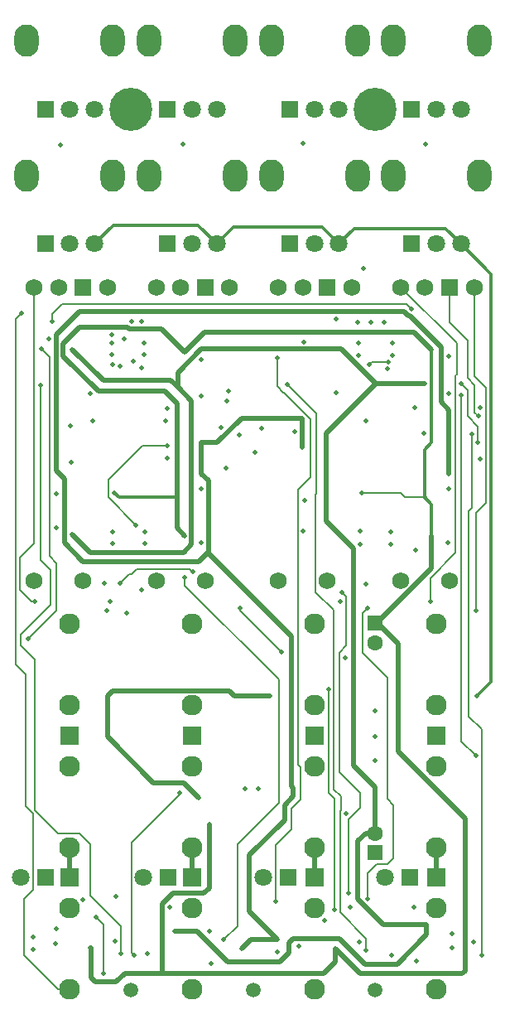
<source format=gbr>
%TF.GenerationSoftware,KiCad,Pcbnew,8.0.0*%
%TF.CreationDate,2024-08-29T00:26:00-07:00*%
%TF.ProjectId,veils_clone,7665696c-735f-4636-9c6f-6e652e6b6963,rev?*%
%TF.SameCoordinates,Original*%
%TF.FileFunction,Copper,L1,Top*%
%TF.FilePolarity,Positive*%
%FSLAX46Y46*%
G04 Gerber Fmt 4.6, Leading zero omitted, Abs format (unit mm)*
G04 Created by KiCad (PCBNEW 8.0.0) date 2024-08-29 00:26:00*
%MOMM*%
%LPD*%
G01*
G04 APERTURE LIST*
%TA.AperFunction,ComponentPad*%
%ADD10R,1.750000X1.750000*%
%TD*%
%TA.AperFunction,ComponentPad*%
%ADD11C,1.750000*%
%TD*%
%TA.AperFunction,ComponentPad*%
%ADD12O,2.500000X3.300000*%
%TD*%
%TA.AperFunction,ComponentPad*%
%ADD13R,1.800000X1.800000*%
%TD*%
%TA.AperFunction,ComponentPad*%
%ADD14C,1.800000*%
%TD*%
%TA.AperFunction,ComponentPad*%
%ADD15C,2.130000*%
%TD*%
%TA.AperFunction,ComponentPad*%
%ADD16C,1.500000*%
%TD*%
%TA.AperFunction,ComponentPad*%
%ADD17R,1.930000X1.830000*%
%TD*%
%TA.AperFunction,ComponentPad*%
%ADD18C,4.400000*%
%TD*%
%TA.AperFunction,ComponentPad*%
%ADD19R,1.600000X1.600000*%
%TD*%
%TA.AperFunction,ComponentPad*%
%ADD20C,1.600000*%
%TD*%
%TA.AperFunction,ViaPad*%
%ADD21C,0.500000*%
%TD*%
%TA.AperFunction,Conductor*%
%ADD22C,0.500000*%
%TD*%
%TA.AperFunction,Conductor*%
%ADD23C,0.200000*%
%TD*%
%TA.AperFunction,Conductor*%
%ADD24C,0.300000*%
%TD*%
G04 APERTURE END LIST*
D10*
%TO.P,RV8,1,1*%
%TO.N,Net-(U5B--)*%
X97580000Y-76900000D03*
D11*
%TO.P,RV8,2,2*%
%TO.N,Net-(R52-Pad2)*%
X100080000Y-76900000D03*
%TO.P,RV8,3,3*%
%TO.N,GND*%
X97580000Y-106900000D03*
%TO.P,RV8,4*%
%TO.N,N/C*%
X95080000Y-76900000D03*
%TO.P,RV8,A,A*%
%TO.N,Net-(D5-K)*%
X92580000Y-106900000D03*
%TO.P,RV8,K,K*%
%TO.N,Net-(D5-A)*%
X92580000Y-76900000D03*
%TD*%
D12*
%TO.P,RV3,*%
%TO.N,*%
X66850000Y-51725000D03*
X75650000Y-51725000D03*
D13*
%TO.P,RV3,1,1*%
%TO.N,Net-(R10-Pad2)*%
X68750000Y-58725000D03*
D14*
%TO.P,RV3,2,2*%
%TO.N,Net-(U7B-CVB)*%
X71250000Y-58725000D03*
%TO.P,RV3,3,3*%
%TO.N,Net-(U7A-CVA)*%
X73750000Y-58725000D03*
%TD*%
D15*
%TO.P,J3,T*%
%TO.N,Net-(J3-PadT)*%
X71250000Y-140350000D03*
%TO.P,J3,TN*%
%TO.N,Net-(J3-PadTN)*%
X71250000Y-148650000D03*
%TD*%
D16*
%TO.P,REF\u002A\u002A,1*%
%TO.N,GND*%
X102500000Y-148750000D03*
%TD*%
D12*
%TO.P,RV12,*%
%TO.N,*%
X104325000Y-51725000D03*
X113125000Y-51725000D03*
D13*
%TO.P,RV12,1,1*%
%TO.N,Net-(R81-Pad2)*%
X106225000Y-58725000D03*
D14*
%TO.P,RV12,2,2*%
%TO.N,Net-(U8D-CVD)*%
X108725000Y-58725000D03*
%TO.P,RV12,3,3*%
%TO.N,Net-(U8C-CVC)*%
X111225000Y-58725000D03*
%TD*%
D17*
%TO.P,J2,S*%
%TO.N,GND*%
X71250000Y-122750000D03*
D15*
%TO.P,J2,T*%
%TO.N,Net-(J2-PadT)*%
X71250000Y-111350000D03*
%TO.P,J2,TN*%
%TO.N,Net-(J2-PadTN)*%
X71250000Y-119650000D03*
%TD*%
D12*
%TO.P,RV9,*%
%TO.N,*%
X91850000Y-51725000D03*
X100650000Y-51725000D03*
D13*
%TO.P,RV9,1,1*%
%TO.N,Net-(R57-Pad2)*%
X93750000Y-58725000D03*
D14*
%TO.P,RV9,2,2*%
%TO.N,Net-(U8B-CVB)*%
X96250000Y-58725000D03*
%TO.P,RV9,3,3*%
%TO.N,Net-(U8A-CVA)*%
X98750000Y-58725000D03*
%TD*%
D13*
%TO.P,D4,1,KA*%
%TO.N,Net-(D4-KA)*%
X81275000Y-137250000D03*
D14*
%TO.P,D4,2,AK*%
%TO.N,Net-(D4-AK)*%
X78735000Y-137250000D03*
%TD*%
D15*
%TO.P,J6,T*%
%TO.N,Net-(J6-PadT)*%
X83750000Y-140350000D03*
%TO.P,J6,TN*%
%TO.N,Net-(J6-PadTN)*%
X83750000Y-148650000D03*
%TD*%
D12*
%TO.P,RV7,*%
%TO.N,*%
X91850000Y-65475000D03*
X100650000Y-65475000D03*
D13*
%TO.P,RV7,1,1*%
%TO.N,GND*%
X93750000Y-72475000D03*
D14*
%TO.P,RV7,2,2*%
%TO.N,Net-(C13-Pad1)*%
X96250000Y-72475000D03*
%TO.P,RV7,3,3*%
%TO.N,+10V_REF*%
X98750000Y-72475000D03*
%TD*%
D12*
%TO.P,RV1,*%
%TO.N,*%
X66850000Y-65475000D03*
X75650000Y-65475000D03*
D13*
%TO.P,RV1,1,1*%
%TO.N,GND*%
X68750000Y-72475000D03*
D14*
%TO.P,RV1,2,2*%
%TO.N,Net-(C1-Pad1)*%
X71250000Y-72475000D03*
%TO.P,RV1,3,3*%
%TO.N,+10V_REF*%
X73750000Y-72475000D03*
%TD*%
D15*
%TO.P,J9,T*%
%TO.N,Net-(J9-PadT)*%
X96250000Y-140350000D03*
%TO.P,J9,TN*%
%TO.N,Net-(J9-PadTN)*%
X96250000Y-148650000D03*
%TD*%
D17*
%TO.P,J10,S*%
%TO.N,GND*%
X108750000Y-137250000D03*
D15*
%TO.P,J10,T*%
%TO.N,Net-(J10-PadT)*%
X108750000Y-125850000D03*
%TO.P,J10,TN*%
%TO.N,GND*%
X108750000Y-134150000D03*
%TD*%
D12*
%TO.P,RV4,*%
%TO.N,*%
X79350000Y-65475000D03*
X88150000Y-65475000D03*
D13*
%TO.P,RV4,1,1*%
%TO.N,GND*%
X81250000Y-72475000D03*
D14*
%TO.P,RV4,2,2*%
%TO.N,Net-(C7-Pad1)*%
X83750000Y-72475000D03*
%TO.P,RV4,3,3*%
%TO.N,+10V_REF*%
X86250000Y-72475000D03*
%TD*%
D12*
%TO.P,RV6,*%
%TO.N,*%
X79350000Y-51725000D03*
X88150000Y-51725000D03*
D13*
%TO.P,RV6,1,1*%
%TO.N,Net-(R33-Pad2)*%
X81250000Y-58725000D03*
D14*
%TO.P,RV6,2,2*%
%TO.N,Net-(U7D-CVD)*%
X83750000Y-58725000D03*
%TO.P,RV6,3,3*%
%TO.N,Net-(U7C-CVC)*%
X86250000Y-58725000D03*
%TD*%
D15*
%TO.P,J12,T*%
%TO.N,Net-(J12-PadT)*%
X108750000Y-140350000D03*
%TO.P,J12,TN*%
%TO.N,unconnected-(J12-PadTN)*%
X108750000Y-148650000D03*
%TD*%
D17*
%TO.P,J4,S*%
%TO.N,GND*%
X83750000Y-137250000D03*
D15*
%TO.P,J4,T*%
%TO.N,Net-(J4-PadT)*%
X83750000Y-125850000D03*
%TO.P,J4,TN*%
%TO.N,GND*%
X83750000Y-134150000D03*
%TD*%
D17*
%TO.P,J8,S*%
%TO.N,GND*%
X96250000Y-122750000D03*
D15*
%TO.P,J8,T*%
%TO.N,Net-(J8-PadT)*%
X96250000Y-111350000D03*
%TO.P,J8,TN*%
%TO.N,Net-(J8-PadTN)*%
X96250000Y-119650000D03*
%TD*%
D18*
%TO.P,REF\u002A\u002A,1*%
%TO.N,N/C*%
X102500000Y-58725000D03*
%TD*%
D10*
%TO.P,RV11,1,1*%
%TO.N,Net-(U6B--)*%
X110080000Y-76900000D03*
D11*
%TO.P,RV11,2,2*%
%TO.N,Net-(R76-Pad2)*%
X112580000Y-76900000D03*
%TO.P,RV11,3,3*%
%TO.N,GND*%
X110080000Y-106900000D03*
%TO.P,RV11,4*%
%TO.N,N/C*%
X107580000Y-76900000D03*
%TO.P,RV11,A,A*%
%TO.N,Net-(D7-K)*%
X105080000Y-106900000D03*
%TO.P,RV11,K,K*%
%TO.N,Net-(D7-A)*%
X105080000Y-76900000D03*
%TD*%
D17*
%TO.P,J1,S*%
%TO.N,GND*%
X71250000Y-137250000D03*
D15*
%TO.P,J1,T*%
%TO.N,Net-(J1-PadT)*%
X71250000Y-125850000D03*
%TO.P,J1,TN*%
%TO.N,GND*%
X71250000Y-134150000D03*
%TD*%
D13*
%TO.P,D8,1,KA*%
%TO.N,Net-(D8-KA)*%
X106050000Y-137250000D03*
D14*
%TO.P,D8,2,AK*%
%TO.N,Net-(D8-AK)*%
X103510000Y-137250000D03*
%TD*%
D13*
%TO.P,D6,1,KA*%
%TO.N,Net-(D6-KA)*%
X93550000Y-137250000D03*
D14*
%TO.P,D6,2,AK*%
%TO.N,Net-(D6-AK)*%
X91010000Y-137250000D03*
%TD*%
D17*
%TO.P,J5,S*%
%TO.N,GND*%
X83750000Y-122750000D03*
D15*
%TO.P,J5,T*%
%TO.N,Net-(J5-PadT)*%
X83750000Y-111350000D03*
%TO.P,J5,TN*%
%TO.N,Net-(J5-PadTN)*%
X83750000Y-119650000D03*
%TD*%
D17*
%TO.P,J11,S*%
%TO.N,GND*%
X108750000Y-122750000D03*
D15*
%TO.P,J11,T*%
%TO.N,Net-(J11-PadT)*%
X108750000Y-111350000D03*
%TO.P,J11,TN*%
%TO.N,Net-(J11-PadTN)*%
X108750000Y-119650000D03*
%TD*%
D12*
%TO.P,RV10,*%
%TO.N,*%
X104325000Y-65475000D03*
X113125000Y-65475000D03*
D13*
%TO.P,RV10,1,1*%
%TO.N,GND*%
X106225000Y-72475000D03*
D14*
%TO.P,RV10,2,2*%
%TO.N,Net-(C19-Pad1)*%
X108725000Y-72475000D03*
%TO.P,RV10,3,3*%
%TO.N,+10V_REF*%
X111225000Y-72475000D03*
%TD*%
D17*
%TO.P,J7,S*%
%TO.N,GND*%
X96250000Y-137250000D03*
D15*
%TO.P,J7,T*%
%TO.N,Net-(J7-PadT)*%
X96250000Y-125850000D03*
%TO.P,J7,TN*%
%TO.N,GND*%
X96250000Y-134150000D03*
%TD*%
D18*
%TO.P,REF\u002A\u002A,1*%
%TO.N,N/C*%
X77500000Y-58725000D03*
%TD*%
D13*
%TO.P,D2,1,KA*%
%TO.N,Net-(D2-KA)*%
X68775000Y-137250000D03*
D14*
%TO.P,D2,2,AK*%
%TO.N,Net-(D2-AK)*%
X66235000Y-137250000D03*
%TD*%
D10*
%TO.P,RV5,1,1*%
%TO.N,Net-(U4B--)*%
X85080000Y-76900000D03*
D11*
%TO.P,RV5,2,2*%
%TO.N,Net-(R28-Pad2)*%
X87580000Y-76900000D03*
%TO.P,RV5,3,3*%
%TO.N,GND*%
X85080000Y-106900000D03*
%TO.P,RV5,4*%
%TO.N,N/C*%
X82580000Y-76900000D03*
%TO.P,RV5,A,A*%
%TO.N,Net-(D3-K)*%
X80080000Y-106900000D03*
%TO.P,RV5,K,K*%
%TO.N,Net-(D3-A)*%
X80080000Y-76900000D03*
%TD*%
D16*
%TO.P,REF\u002A\u002A,1*%
%TO.N,GND*%
X77500000Y-148750000D03*
%TD*%
%TO.P,REF\u002A\u002A,1*%
%TO.N,GND*%
X90000000Y-148750000D03*
%TD*%
D10*
%TO.P,RV2,1,1*%
%TO.N,Net-(U2B--)*%
X72580000Y-76900000D03*
D11*
%TO.P,RV2,2,2*%
%TO.N,Net-(R5-Pad2)*%
X75080000Y-76900000D03*
%TO.P,RV2,3,3*%
%TO.N,GND*%
X72580000Y-106900000D03*
%TO.P,RV2,4*%
%TO.N,N/C*%
X70080000Y-76900000D03*
%TO.P,RV2,A,A*%
%TO.N,Net-(D1-K)*%
X67580000Y-106900000D03*
%TO.P,RV2,K,K*%
%TO.N,Net-(D1-A)*%
X67580000Y-76900000D03*
%TD*%
D19*
%TO.P,C42,1*%
%TO.N,+12V*%
X102455112Y-111250000D03*
D20*
%TO.P,C42,2*%
%TO.N,GND*%
X102455112Y-113250000D03*
%TD*%
D19*
%TO.P,C41,1*%
%TO.N,GND*%
X102500000Y-134705113D03*
D20*
%TO.P,C41,2*%
%TO.N,-12V*%
X102500000Y-132705113D03*
%TD*%
D21*
%TO.N,GND*%
X84700000Y-88000000D03*
X69900000Y-98000000D03*
X69800000Y-144000000D03*
X110350000Y-143000000D03*
X84700000Y-84300000D03*
X75950000Y-139200000D03*
X75900000Y-143750000D03*
X87300000Y-88500000D03*
X70300000Y-62400000D03*
X104100000Y-103200000D03*
X69100000Y-82200000D03*
X100800000Y-83900000D03*
X98500000Y-87700000D03*
X81500000Y-140250000D03*
X109900000Y-103000000D03*
X107600000Y-62300000D03*
X90500000Y-128200000D03*
X87200000Y-95400000D03*
X82800000Y-62300000D03*
X100900000Y-101800000D03*
X102500000Y-120200000D03*
X92450000Y-144850000D03*
X113200000Y-94500000D03*
X84700000Y-103000000D03*
X99950000Y-140250000D03*
X95200000Y-82500000D03*
X100850000Y-143850000D03*
X106450000Y-140250000D03*
X99500000Y-130700000D03*
X95100000Y-101800000D03*
X100800000Y-82600000D03*
X89200000Y-128200000D03*
X99400000Y-114800000D03*
X75500000Y-82600000D03*
X104150000Y-145150000D03*
X67450000Y-144600000D03*
X104100000Y-101900000D03*
X110000000Y-84000000D03*
X110000000Y-97500000D03*
X75600000Y-103100000D03*
X75600000Y-101900000D03*
X102500000Y-122800000D03*
X84700000Y-97500000D03*
X113200000Y-89200000D03*
X110000000Y-87800000D03*
X78900000Y-101900000D03*
X95300000Y-98700000D03*
X85500000Y-142750000D03*
X94650000Y-144250000D03*
X78800000Y-83800000D03*
X78800000Y-82600000D03*
X104200000Y-83900000D03*
X102500000Y-125300000D03*
X78900000Y-103100000D03*
X95100000Y-62200000D03*
X73300000Y-87800000D03*
X104200000Y-82600000D03*
X69850000Y-101500000D03*
X75500000Y-83800000D03*
X100900000Y-103200000D03*
X79150000Y-145000000D03*
%TO.N,Net-(C1-Pad1)*%
X71300000Y-91100000D03*
%TO.N,Net-(C6-Pad2)*%
X67000000Y-112850000D03*
X68300000Y-83200000D03*
%TO.N,Net-(C7-Pad1)*%
X87500000Y-87500000D03*
%TO.N,Net-(U5C--)*%
X69414949Y-80406040D03*
X106150000Y-79100000D03*
%TO.N,Net-(C13-Pad1)*%
X94250000Y-91700000D03*
%TO.N,Net-(U8A-CVA)*%
X103692598Y-85232076D03*
X103400000Y-80500000D03*
%TO.N,Net-(C18-Pad2)*%
X92300000Y-139700000D03*
X92500000Y-84150000D03*
%TO.N,Net-(C19-Pad1)*%
X112950000Y-92800000D03*
X111300000Y-86800000D03*
%TO.N,Net-(D1-A)*%
X72600000Y-139500000D03*
X67700000Y-109000000D03*
%TO.N,Net-(D2-KA)*%
X74650000Y-147050000D03*
X73900000Y-141300000D03*
%TO.N,Net-(D3-A)*%
X75350000Y-109000000D03*
X85700000Y-146000000D03*
%TO.N,Net-(D5-A)*%
X97300000Y-141650000D03*
X92900000Y-114200000D03*
X88700000Y-109700000D03*
%TO.N,Net-(D7-A)*%
X112500000Y-143800000D03*
X108100000Y-109000000D03*
%TO.N,Net-(J3-PadTN)*%
X66300000Y-79600000D03*
%TO.N,/CH1/OUT*%
X74800000Y-107200000D03*
X75512499Y-81800031D03*
%TO.N,+10V_REF*%
X88100000Y-118700000D03*
X84459544Y-129114090D03*
X112850000Y-118700000D03*
X75100000Y-118700000D03*
X91700000Y-118700000D03*
%TO.N,-2V5_REF*%
X88850000Y-144500000D03*
X110000000Y-92700000D03*
X67450000Y-143350000D03*
X95000000Y-93300000D03*
X94100000Y-128087941D03*
X69850000Y-90250000D03*
X110000000Y-96000000D03*
X110350000Y-144450000D03*
X92450000Y-143550000D03*
X84700000Y-96000000D03*
X69850000Y-93250000D03*
X84700000Y-92800000D03*
X95000000Y-90300000D03*
%TO.N,Net-(U6B--)*%
X113050000Y-90100000D03*
X107425000Y-91800000D03*
X106600000Y-103800000D03*
%TO.N,Net-(U3D--)*%
X112350000Y-91950000D03*
X113350000Y-145200000D03*
X106687500Y-145787500D03*
%TO.N,/CH3/OUT*%
X100700000Y-80500000D03*
X101500000Y-107250000D03*
%TO.N,Net-(U8B-CVB)*%
X102050000Y-80500000D03*
X101493590Y-90593590D03*
%TO.N,Net-(U2B--)*%
X76350000Y-85000000D03*
X77700000Y-84500000D03*
%TO.N,Net-(U7A-CVA)*%
X78600000Y-80400000D03*
X78550000Y-85150000D03*
%TO.N,Net-(U2C--)*%
X75600000Y-84800000D03*
X76800000Y-82200000D03*
%TO.N,Net-(U7C-CVC)*%
X81005000Y-90595000D03*
X90900000Y-91300000D03*
X83000000Y-106600000D03*
X87000000Y-143600000D03*
%TO.N,Net-(U4B--)*%
X81200000Y-93135000D03*
X88600000Y-92000000D03*
X78000000Y-101200000D03*
%TO.N,Net-(U4C--)*%
X83800000Y-106000000D03*
X76350735Y-107150735D03*
%TO.N,Net-(U5B--)*%
X101300000Y-75000000D03*
X103850000Y-84550000D03*
X101900000Y-84800000D03*
%TO.N,+12V*%
X98437500Y-144487500D03*
X82200000Y-98400000D03*
X75800000Y-97900000D03*
X108200000Y-102300000D03*
X73375000Y-144375000D03*
X85500000Y-131800000D03*
X101100000Y-97900000D03*
X83000000Y-83500000D03*
X107500000Y-98400000D03*
X108200000Y-83300000D03*
X83000000Y-102300000D03*
%TO.N,-12V*%
X71500000Y-83250000D03*
X82000000Y-142750000D03*
X97500000Y-100800000D03*
X71500000Y-102200000D03*
X96800000Y-83200000D03*
X82275000Y-87100000D03*
X107750000Y-142050000D03*
X107500000Y-86800000D03*
%TO.N,Net-(J9-PadTN)*%
X98500000Y-80150000D03*
%TO.N,Net-(U7A-INA)*%
X78600000Y-107800000D03*
X77050000Y-110200000D03*
%TO.N,Net-(R5-Pad2)*%
X75000000Y-110000000D03*
%TO.N,Net-(U1B--)*%
X69900000Y-142500000D03*
X71400000Y-94800000D03*
%TO.N,Net-(U1A-+)*%
X76500000Y-145050000D03*
X68250000Y-86950000D03*
%TO.N,Net-(U7C-INC)*%
X86675000Y-91225000D03*
X81200000Y-89325000D03*
%TO.N,Net-(R40-Pad1)*%
X82450000Y-128550000D03*
X77800000Y-145200000D03*
%TO.N,Net-(R52-Pad2)*%
X98900000Y-109000000D03*
%TO.N,Net-(R64-Pad1)*%
X97700000Y-118000000D03*
X98300000Y-140500000D03*
%TO.N,Net-(U3A-+)*%
X93500000Y-86850000D03*
X101550000Y-144700000D03*
%TO.N,Net-(U8C-INC)*%
X111300000Y-87950000D03*
X112750000Y-124800000D03*
X106500000Y-89250000D03*
%TO.N,Net-(R76-Pad2)*%
X112750000Y-110000000D03*
%TO.N,Net-(R88-Pad1)*%
X101700000Y-109700000D03*
X101700000Y-139400000D03*
%TO.N,Net-(U3C-+)*%
X99750000Y-138800000D03*
X99100000Y-108100000D03*
%TO.N,Net-(U7B-CVB)*%
X77600000Y-80400000D03*
X73600000Y-90600000D03*
%TO.N,Net-(U7D-CVD)*%
X81200000Y-94400000D03*
X90200000Y-93800000D03*
%TD*%
D22*
%TO.N,GND*%
X108750000Y-134150000D02*
X108750000Y-137250000D01*
X96250000Y-134150000D02*
X96250000Y-137250000D01*
X83750000Y-134150000D02*
X83750000Y-137250000D01*
X71250000Y-134150000D02*
X71250000Y-137250000D01*
D23*
%TO.N,Net-(C6-Pad2)*%
X69150000Y-104400000D02*
X69150000Y-84050000D01*
X67000000Y-112850000D02*
X69850000Y-110000000D01*
X69150000Y-84050000D02*
X68300000Y-83200000D01*
X69850000Y-110000000D02*
X69850000Y-105100000D01*
X69850000Y-105100000D02*
X69150000Y-104400000D01*
%TO.N,Net-(U5C--)*%
X70450000Y-78600000D02*
X105650000Y-78600000D01*
X69414949Y-79635051D02*
X70450000Y-78600000D01*
X69414949Y-80406040D02*
X69414949Y-79635051D01*
X105650000Y-78600000D02*
X106150000Y-79100000D01*
%TO.N,Net-(C18-Pad2)*%
X93127817Y-87650000D02*
X93100000Y-87650000D01*
X95850000Y-90372183D02*
X93127817Y-87650000D01*
X94550000Y-97600000D02*
X95850000Y-96300000D01*
X95850000Y-96300000D02*
X95850000Y-90372183D01*
X93900000Y-132350000D02*
X93900000Y-130200000D01*
X94800000Y-129300000D02*
X94800000Y-125950000D01*
X93900000Y-130200000D02*
X94800000Y-129300000D01*
X94550000Y-125700000D02*
X94550000Y-97600000D01*
X92500000Y-87050000D02*
X92500000Y-84150000D01*
X93100000Y-87650000D02*
X92500000Y-87050000D01*
X92300000Y-133950000D02*
X93900000Y-132350000D01*
X94800000Y-125950000D02*
X94550000Y-125700000D01*
X92300000Y-139700000D02*
X92300000Y-133950000D01*
%TO.N,Net-(C19-Pad1)*%
X112950000Y-91150000D02*
X111900000Y-90100000D01*
X111900000Y-87400000D02*
X111300000Y-86800000D01*
X111900000Y-90100000D02*
X111900000Y-87400000D01*
X112950000Y-92800000D02*
X112950000Y-91150000D01*
%TO.N,Net-(D1-A)*%
X67580000Y-76900000D02*
X67580000Y-103120000D01*
X66150000Y-107800000D02*
X67350000Y-109000000D01*
X67580000Y-103120000D02*
X66150000Y-104550000D01*
X66150000Y-104550000D02*
X66150000Y-107800000D01*
X67350000Y-109000000D02*
X67700000Y-109000000D01*
%TO.N,Net-(D2-KA)*%
X74650000Y-142050000D02*
X74650000Y-147050000D01*
X73900000Y-141300000D02*
X74650000Y-142050000D01*
%TO.N,Net-(D5-A)*%
X88700000Y-110000000D02*
X88700000Y-109700000D01*
X92900000Y-114200000D02*
X88700000Y-110000000D01*
%TO.N,Net-(D7-A)*%
X108100000Y-106650000D02*
X108100000Y-109000000D01*
X108100000Y-106650000D02*
X110700000Y-104050000D01*
X105080000Y-76900000D02*
X110800000Y-82620000D01*
X110700000Y-85950000D02*
X110700000Y-104050000D01*
X110800000Y-85850000D02*
X110700000Y-85950000D01*
X110800000Y-82620000D02*
X110800000Y-85850000D01*
%TO.N,Net-(J3-PadTN)*%
X65750000Y-115500000D02*
X65750000Y-80150000D01*
X67450000Y-138500000D02*
X67450000Y-130715686D01*
X70050000Y-148650000D02*
X66550000Y-145150000D01*
X65750000Y-80150000D02*
X66300000Y-79600000D01*
X66700000Y-129965686D02*
X66700000Y-116450000D01*
X66550000Y-139400000D02*
X67450000Y-138500000D01*
X66550000Y-145150000D02*
X66550000Y-139400000D01*
X71250000Y-148650000D02*
X70050000Y-148650000D01*
X66700000Y-116450000D02*
X65750000Y-115500000D01*
X67450000Y-130715686D02*
X66700000Y-129965686D01*
D22*
%TO.N,+10V_REF*%
X82895454Y-127550000D02*
X79800000Y-127550000D01*
X79800000Y-127550000D02*
X75100000Y-122850000D01*
X75650000Y-118150000D02*
X75100000Y-118700000D01*
D24*
X73750000Y-72475000D02*
X75675000Y-70550000D01*
X114350000Y-75600000D02*
X114350000Y-117200000D01*
D22*
X84459544Y-129114090D02*
X82895454Y-127550000D01*
X75100000Y-122850000D02*
X75100000Y-118700000D01*
D24*
X75675000Y-70550000D02*
X84325000Y-70550000D01*
X84325000Y-70550000D02*
X86250000Y-72475000D01*
X98750000Y-72475000D02*
X100325000Y-70900000D01*
D22*
X91700000Y-118700000D02*
X88100000Y-118700000D01*
D24*
X100325000Y-70900000D02*
X109650000Y-70900000D01*
X109650000Y-70900000D02*
X111225000Y-72475000D01*
X111225000Y-72475000D02*
X114350000Y-75600000D01*
D22*
X88100000Y-118700000D02*
X87535000Y-118135000D01*
X82000000Y-118150000D02*
X75650000Y-118150000D01*
X87535000Y-118135000D02*
X82015000Y-118135000D01*
D24*
X87975000Y-70750000D02*
X97025000Y-70750000D01*
X114350000Y-117200000D02*
X112850000Y-118700000D01*
X97025000Y-70750000D02*
X98750000Y-72475000D01*
D22*
X82015000Y-118135000D02*
X82000000Y-118150000D01*
D24*
X86250000Y-72475000D02*
X87975000Y-70750000D01*
D22*
%TO.N,-2V5_REF*%
X89800000Y-143550000D02*
X88850000Y-144500000D01*
X69850000Y-95650000D02*
X70700000Y-96500000D01*
X110000000Y-89450000D02*
X109200000Y-88650000D01*
X72600000Y-104950000D02*
X84450000Y-104950000D01*
X86300000Y-92800000D02*
X88800000Y-90300000D01*
X69850000Y-81800000D02*
X69850000Y-90250000D01*
X84700000Y-92800000D02*
X86300000Y-92800000D01*
X72250000Y-79400000D02*
X69850000Y-81800000D01*
X93188969Y-129861031D02*
X93188969Y-131338969D01*
X89600000Y-134927939D02*
X93188969Y-131338969D01*
X89600000Y-140700000D02*
X89600000Y-134927939D01*
X109200000Y-88650000D02*
X109200000Y-83050000D01*
X70700000Y-96500000D02*
X70700000Y-103050000D01*
X106000000Y-79850000D02*
X105839339Y-79850000D01*
X92450000Y-143550000D02*
X89800000Y-143550000D01*
X110000000Y-92700000D02*
X110000000Y-89450000D01*
X84450000Y-104950000D02*
X85350000Y-104050000D01*
X105389339Y-79400000D02*
X72250000Y-79400000D01*
X94100000Y-128950000D02*
X94100000Y-128087941D01*
X85350000Y-104050000D02*
X85400000Y-104000000D01*
X105839339Y-79850000D02*
X105389339Y-79400000D01*
X93900000Y-112600000D02*
X85350000Y-104050000D01*
X70700000Y-103050000D02*
X72600000Y-104950000D01*
X94100000Y-128950000D02*
X93188969Y-129861031D01*
X84700000Y-96000000D02*
X84700000Y-92800000D01*
X95000000Y-90300000D02*
X95000000Y-93300000D01*
X85400000Y-104000000D02*
X85400000Y-96700000D01*
X69850000Y-93250000D02*
X69850000Y-95650000D01*
X69850000Y-90250000D02*
X69850000Y-93250000D01*
X110000000Y-96000000D02*
X110000000Y-92700000D01*
X93900000Y-127887941D02*
X93900000Y-112600000D01*
X92450000Y-143550000D02*
X89600000Y-140700000D01*
X88800000Y-90300000D02*
X95000000Y-90300000D01*
X94100000Y-128087941D02*
X93900000Y-127887941D01*
X85400000Y-96700000D02*
X84700000Y-96000000D01*
X109200000Y-83050000D02*
X106000000Y-79850000D01*
D23*
%TO.N,Net-(U6B--)*%
X113050000Y-90100000D02*
X112650000Y-89700000D01*
X112650000Y-86950000D02*
X111900000Y-86200000D01*
X111900000Y-86200000D02*
X111900000Y-82350000D01*
X110080000Y-80530000D02*
X110080000Y-76900000D01*
X111900000Y-82350000D02*
X110080000Y-80530000D01*
X112650000Y-89700000D02*
X112650000Y-86950000D01*
%TO.N,Net-(U3D--)*%
X112350000Y-99500000D02*
X112050000Y-99800000D01*
X112050000Y-99800000D02*
X112050000Y-120800000D01*
X112050000Y-120800000D02*
X113350000Y-122100000D01*
X112350000Y-91950000D02*
X112350000Y-99500000D01*
X113350000Y-122100000D02*
X113350000Y-145200000D01*
%TO.N,Net-(U7C-CVC)*%
X83000000Y-106600000D02*
X83000000Y-107400000D01*
X83000000Y-107400000D02*
X92600000Y-117000000D01*
X88400000Y-133800000D02*
X88400000Y-142200000D01*
X88400000Y-133800000D02*
X92600000Y-129600000D01*
X92600000Y-117000000D02*
X92600000Y-129600000D01*
X88400000Y-142200000D02*
X87000000Y-143600000D01*
%TO.N,Net-(U4B--)*%
X75200000Y-96600000D02*
X78665000Y-93135000D01*
X75200000Y-98400000D02*
X75200000Y-96600000D01*
X78665000Y-93135000D02*
X81200000Y-93135000D01*
X78000000Y-101200000D02*
X75200000Y-98400000D01*
%TO.N,Net-(U4C--)*%
X77301470Y-106200000D02*
X76350735Y-107150735D01*
X83525000Y-105725000D02*
X78075000Y-105725000D01*
X78075000Y-105725000D02*
X77600000Y-106200000D01*
X77600000Y-106200000D02*
X77301470Y-106200000D01*
X83800000Y-106000000D02*
X83525000Y-105725000D01*
%TO.N,Net-(U5B--)*%
X102150000Y-84550000D02*
X103850000Y-84550000D01*
X101900000Y-84800000D02*
X102150000Y-84550000D01*
%TO.N,+12V*%
X101100000Y-97900000D02*
X105050000Y-97900000D01*
D22*
X77139339Y-81000000D02*
X77289339Y-81150000D01*
X102898721Y-111398721D02*
X104850000Y-113350000D01*
X108200000Y-83300000D02*
X106400000Y-81500000D01*
D23*
X105750000Y-98400000D02*
X107500000Y-98400000D01*
X105500000Y-98350000D02*
X105700000Y-98350000D01*
D24*
X108200000Y-99100000D02*
X108200000Y-102300000D01*
D22*
X98437500Y-144487500D02*
X98437500Y-145862500D01*
X80650000Y-81150000D02*
X83000000Y-83500000D01*
X85500000Y-138280000D02*
X85500000Y-131800000D01*
X97250000Y-147050000D02*
X83049152Y-147050000D01*
X76000000Y-147900000D02*
X73850000Y-147900000D01*
X106400000Y-81500000D02*
X85000000Y-81500000D01*
X80700000Y-146800000D02*
X80700000Y-139900000D01*
X84945000Y-138835000D02*
X85500000Y-138280000D01*
X76900000Y-147000000D02*
X76000000Y-147900000D01*
X73850000Y-147900000D02*
X73400000Y-147450000D01*
X80700000Y-139900000D02*
X81765000Y-138835000D01*
D24*
X107500000Y-93500000D02*
X108200000Y-92800000D01*
D22*
X108200000Y-102300000D02*
X108200000Y-105653833D01*
X70550000Y-83925000D02*
X70550000Y-82700000D01*
X82200000Y-98400000D02*
X82200000Y-88800000D01*
X70550000Y-82700000D02*
X72250000Y-81000000D01*
D24*
X107500000Y-98400000D02*
X108200000Y-99100000D01*
D22*
X73400000Y-144400000D02*
X73375000Y-144375000D01*
X102455112Y-111398721D02*
X102898721Y-111398721D01*
X104850000Y-124387971D02*
X111650000Y-131187971D01*
X111650000Y-131187971D02*
X111650000Y-146750000D01*
X74175000Y-87550000D02*
X70550000Y-83925000D01*
X80900000Y-147000000D02*
X76900000Y-147000000D01*
X72250000Y-81000000D02*
X77139339Y-81000000D01*
X98437500Y-145862500D02*
X97250000Y-147050000D01*
D24*
X76300000Y-98400000D02*
X82200000Y-98400000D01*
D22*
X104850000Y-113350000D02*
X104850000Y-124387971D01*
X108200000Y-105653833D02*
X102455112Y-111398721D01*
X85000000Y-81500000D02*
X83000000Y-83500000D01*
X80950000Y-87550000D02*
X74175000Y-87550000D01*
X82200000Y-101500000D02*
X83000000Y-102300000D01*
X82200000Y-88800000D02*
X80950000Y-87550000D01*
D24*
X75800000Y-97900000D02*
X76300000Y-98400000D01*
D23*
X105700000Y-98350000D02*
X105750000Y-98400000D01*
D22*
X73400000Y-147450000D02*
X73400000Y-144400000D01*
X111650000Y-146750000D02*
X111378525Y-147021475D01*
X81765000Y-138835000D02*
X84945000Y-138835000D01*
X77289339Y-81150000D02*
X80650000Y-81150000D01*
X111378525Y-147021475D02*
X100971475Y-147021475D01*
X100971475Y-147021475D02*
X98437500Y-144487500D01*
X82200000Y-98400000D02*
X82200000Y-101500000D01*
X83049152Y-147050000D02*
X82999152Y-147000000D01*
D24*
X108200000Y-92800000D02*
X108200000Y-83300000D01*
D23*
X105050000Y-97900000D02*
X105500000Y-98350000D01*
D24*
X107500000Y-98400000D02*
X107500000Y-93500000D01*
D22*
X80900000Y-147000000D02*
X80700000Y-146800000D01*
X82999152Y-147000000D02*
X80900000Y-147000000D01*
%TO.N,-12V*%
X102550000Y-86800000D02*
X107500000Y-86800000D01*
X100300000Y-103600000D02*
X100300000Y-125750000D01*
X92750000Y-145850000D02*
X93650000Y-144950000D01*
X101450000Y-146100000D02*
X104750000Y-146100000D01*
X82000000Y-142750000D02*
X84250000Y-142750000D01*
X102500000Y-132705113D02*
X101494887Y-132705113D01*
X100700000Y-139450000D02*
X103300000Y-142050000D01*
X81575000Y-86400000D02*
X74650000Y-86400000D01*
X83700000Y-103200000D02*
X82900000Y-104000000D01*
X73300000Y-104000000D02*
X71500000Y-102200000D01*
X93650000Y-143950000D02*
X94100000Y-143500000D01*
X100300000Y-125750000D02*
X102500000Y-127950000D01*
X82275000Y-87100000D02*
X81575000Y-86400000D01*
X74650000Y-86400000D02*
X71500000Y-83250000D01*
X103300000Y-142050000D02*
X107750000Y-142050000D01*
X100700000Y-133500000D02*
X100700000Y-139450000D01*
X97500000Y-91850000D02*
X102550000Y-86800000D01*
X102500000Y-127950000D02*
X102500000Y-132705113D01*
X98850000Y-143500000D02*
X101450000Y-146100000D01*
X84250000Y-142750000D02*
X87350000Y-145850000D01*
X83700000Y-88525000D02*
X83700000Y-103200000D01*
X82275000Y-85625000D02*
X82275000Y-87100000D01*
X104750000Y-146100000D02*
X107750000Y-143100000D01*
X82275000Y-87100000D02*
X83700000Y-88525000D01*
X97500000Y-100800000D02*
X97500000Y-91850000D01*
X93650000Y-144950000D02*
X93650000Y-143950000D01*
X82900000Y-104000000D02*
X73300000Y-104000000D01*
X98950000Y-83200000D02*
X96800000Y-83200000D01*
X101494887Y-132705113D02*
X100700000Y-133500000D01*
X87350000Y-145850000D02*
X92750000Y-145850000D01*
X107750000Y-143100000D02*
X107750000Y-142050000D01*
X96800000Y-83200000D02*
X84700000Y-83200000D01*
X97500000Y-100800000D02*
X100300000Y-103600000D01*
X102550000Y-86800000D02*
X98950000Y-83200000D01*
X94100000Y-143500000D02*
X98850000Y-143500000D01*
X84700000Y-83200000D02*
X82275000Y-85625000D01*
D23*
%TO.N,Net-(U1A-+)*%
X67700000Y-130400000D02*
X67700000Y-114950000D01*
X66250000Y-112450000D02*
X69300000Y-109400000D01*
X73350000Y-139100000D02*
X73350000Y-133800000D01*
X69300000Y-105850000D02*
X68250000Y-104800000D01*
X76500000Y-142250000D02*
X73350000Y-139100000D01*
X70000000Y-132700000D02*
X67700000Y-130400000D01*
X72250000Y-132700000D02*
X70000000Y-132700000D01*
X69300000Y-109400000D02*
X69300000Y-105850000D01*
X73350000Y-133800000D02*
X72250000Y-132700000D01*
X66250000Y-113500000D02*
X66250000Y-112450000D01*
X67700000Y-114950000D02*
X66250000Y-113500000D01*
X68250000Y-104800000D02*
X68250000Y-86950000D01*
X76500000Y-145050000D02*
X76500000Y-142250000D01*
%TO.N,Net-(R40-Pad1)*%
X82450000Y-128750000D02*
X82450000Y-128550000D01*
X77800000Y-145200000D02*
X77535000Y-144935000D01*
X77535000Y-144935000D02*
X77535000Y-133665000D01*
X77535000Y-133665000D02*
X82450000Y-128750000D01*
%TO.N,Net-(R64-Pad1)*%
X97700000Y-128600000D02*
X97700000Y-118000000D01*
X98300000Y-140500000D02*
X98300000Y-129200000D01*
X98300000Y-129200000D02*
X97700000Y-128600000D01*
%TO.N,Net-(U3A-+)*%
X98900000Y-130451471D02*
X98950000Y-130401471D01*
X96450000Y-89800000D02*
X93500000Y-86850000D01*
X96405000Y-108055000D02*
X96405000Y-98045000D01*
X98950000Y-128950000D02*
X98250000Y-128250000D01*
X98900000Y-140800000D02*
X98900000Y-130451471D01*
X101550000Y-144700000D02*
X101550000Y-143450000D01*
X101550000Y-143450000D02*
X98900000Y-140800000D01*
X96405000Y-98045000D02*
X96450000Y-98000000D01*
X98950000Y-130401471D02*
X98950000Y-128950000D01*
X98250000Y-109900000D02*
X96405000Y-108055000D01*
X98250000Y-128250000D02*
X98250000Y-109900000D01*
X96450000Y-98000000D02*
X96450000Y-89800000D01*
%TO.N,Net-(U8C-INC)*%
X111300000Y-123350000D02*
X111300000Y-87950000D01*
X112750000Y-124800000D02*
X111300000Y-123350000D01*
%TO.N,Net-(R76-Pad2)*%
X113800000Y-98950000D02*
X112750000Y-100000000D01*
X112580000Y-76900000D02*
X112580000Y-85980000D01*
X113800000Y-87200000D02*
X113800000Y-98950000D01*
X112580000Y-85980000D02*
X113800000Y-87200000D01*
X112750000Y-100000000D02*
X112750000Y-110000000D01*
%TO.N,Net-(R88-Pad1)*%
X104300000Y-135300000D02*
X104300000Y-129815686D01*
X101200000Y-114300000D02*
X103700000Y-116800000D01*
X101700000Y-139400000D02*
X101700000Y-136800000D01*
X102600000Y-135900000D02*
X103700000Y-135900000D01*
X103700000Y-129215686D02*
X103700000Y-116800000D01*
X101700000Y-136800000D02*
X102600000Y-135900000D01*
X101200000Y-110200000D02*
X101700000Y-109700000D01*
X101200000Y-114300000D02*
X101200000Y-110200000D01*
X103700000Y-129215686D02*
X104300000Y-129815686D01*
X103700000Y-135900000D02*
X104300000Y-135300000D01*
%TO.N,Net-(U3C-+)*%
X100900000Y-130148529D02*
X99750000Y-131298529D01*
X100900000Y-128550000D02*
X100900000Y-130148529D01*
X98800000Y-114250000D02*
X98800000Y-126450000D01*
X99500000Y-113550000D02*
X98800000Y-114250000D01*
X99750000Y-131298529D02*
X99750000Y-138800000D01*
X99500000Y-108500000D02*
X99500000Y-113550000D01*
X98800000Y-126450000D02*
X100900000Y-128550000D01*
X99100000Y-108100000D02*
X99500000Y-108500000D01*
%TD*%
M02*

</source>
